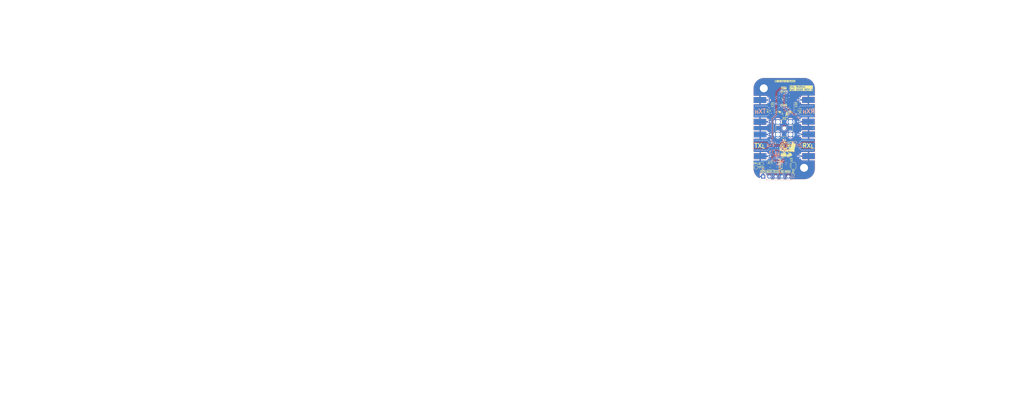
<source format=kicad_pcb>
(kicad_pcb
	(version 20241229)
	(generator "pcbnew")
	(generator_version "9.0")
	(general
		(thickness 1.5422)
		(legacy_teardrops no)
	)
	(paper "A4")
	(layers
		(0 "F.Cu" signal)
		(4 "In1.Cu" power)
		(6 "In2.Cu" power)
		(2 "B.Cu" signal)
		(9 "F.Adhes" user "F.Adhesive")
		(11 "B.Adhes" user "B.Adhesive")
		(13 "F.Paste" user)
		(15 "B.Paste" user)
		(5 "F.SilkS" user "F.Silkscreen")
		(7 "B.SilkS" user "B.Silkscreen")
		(1 "F.Mask" user)
		(3 "B.Mask" user)
		(17 "Dwgs.User" user "User.Drawings")
		(19 "Cmts.User" user "User.Comments")
		(21 "Eco1.User" user "User.Eco1")
		(23 "Eco2.User" user "User.Eco2")
		(25 "Edge.Cuts" user)
		(27 "Margin" user)
		(31 "F.CrtYd" user "F.Courtyard")
		(29 "B.CrtYd" user "B.Courtyard")
		(35 "F.Fab" user "Mechanical 12")
		(33 "B.Fab" user "Top Assembly")
		(39 "User.1" user "Top 3D Body")
		(41 "User.2" user "Top Designator")
		(43 "User.3" user "Route Tool Path")
		(45 "User.4" user "Board")
		(47 "User.5" user "Mechanical 5")
		(49 "User.6" user "Bottom Courtyard")
		(51 "User.7" user "Mechanical 7")
		(53 "User.8" user "Bottom 3D Body")
		(55 "User.9" user "Mechanical 9")
		(57 "User.10" user "Bottom Assembly")
		(59 "User.11" user "Mechanical 11")
		(61 "User.12" user "Mechanical 14")
		(63 "User.13" user "Top Courtyard")
		(65 "User.14" user "Mechanical 16")
	)
	(setup
		(stackup
			(layer "F.SilkS"
				(type "Top Silk Screen")
				(color "White")
				(material "Liquid Photo")
			)
			(layer "F.Paste"
				(type "Top Solder Paste")
			)
			(layer "F.Mask"
				(type "Top Solder Mask")
				(color "Purple")
				(thickness 0.0152)
				(material "SMOBC")
				(epsilon_r 3.9)
				(loss_tangent 0.033)
			)
			(layer "F.Cu"
				(type "copper")
				(thickness 0.0432)
			)
			(layer "dielectric 1"
				(type "prepreg")
				(color "FR4 natural")
				(thickness 0.1999 locked)
				(material "FR408-HR")
				(epsilon_r 3.61)
				(loss_tangent 0.0091)
			)
			(layer "In1.Cu"
				(type "copper")
				(thickness 0.0175)
			)
			(layer "dielectric 2"
				(type "core")
				(color "FR4 natural")
				(thickness 0.9906 locked)
				(material "FR408-HR")
				(epsilon_r 3.87)
				(loss_tangent 0.0091)
			)
			(layer "In2.Cu"
				(type "copper")
				(thickness 0.0175)
			)
			(layer "dielectric 3"
				(type "prepreg")
				(color "FR4 natural")
				(thickness 0.1999 locked)
				(material "FR408-HR")
				(epsilon_r 3.61)
				(loss_tangent 0.0091)
			)
			(layer "B.Cu"
				(type "copper")
				(thickness 0.0432)
			)
			(layer "B.Mask"
				(type "Bottom Solder Mask")
				(color "Purple")
				(thickness 0.0152)
				(material "SMOBC")
				(epsilon_r 3.9)
				(loss_tangent 0.033)
			)
			(layer "B.Paste"
				(type "Bottom Solder Paste")
			)
			(layer "B.SilkS"
				(type "Bottom Silk Screen")
				(color "White")
				(material "Liquid Photo")
			)
			(copper_finish "ENIG")
			(dielectric_constraints yes)
		)
		(pad_to_mask_clearance 0.0762)
		(solder_mask_min_width 0.1016)
		(allow_soldermask_bridges_in_footprints no)
		(tenting front back)
		(aux_axis_origin 127.20111 115.16359)
		(grid_origin 127.20111 115.16359)
		(pcbplotparams
			(layerselection 0x00000000_00000000_55555555_5755f5ff)
			(plot_on_all_layers_selection 0x00000000_00000000_00000000_00000000)
			(disableapertmacros no)
			(usegerberextensions no)
			(usegerberattributes yes)
			(usegerberadvancedattributes yes)
			(creategerberjobfile yes)
			(dashed_line_dash_ratio 12.000000)
			(dashed_line_gap_ratio 3.000000)
			(svgprecision 4)
			(plotframeref no)
			(mode 1)
			(useauxorigin no)
			(hpglpennumber 1)
			(hpglpenspeed 20)
			(hpglpendiameter 15.000000)
			(pdf_front_fp_property_popups yes)
			(pdf_back_fp_property_popups yes)
			(pdf_metadata yes)
			(pdf_single_document no)
			(dxfpolygonmode yes)
			(dxfimperialunits yes)
			(dxfusepcbnewfont yes)
			(psnegative no)
			(psa4output no)
			(plot_black_and_white yes)
			(sketchpadsonfab no)
			(plotpadnumbers no)
			(hidednponfab no)
			(sketchdnponfab yes)
			(crossoutdnponfab yes)
			(subtractmaskfromsilk no)
			(outputformat 1)
			(mirror no)
			(drillshape 1)
			(scaleselection 1)
			(outputdirectory "")
		)
	)
	(net 0 "")
	(net 1 "GND")
	(net 2 "+3.3V")
	(net 3 "/RF Subsystem/RF Frontend/TX_{VHF}")
	(net 4 "/RF Subsystem/RF Frontend/TX_{UHF}")
	(net 5 "/RF Subsystem/RFSW_{TRX}")
	(net 6 "/RF Subsystem/RF Frontend/RX_{UHF}")
	(net 7 "/RF Subsystem/RF Frontend/RX_{VHF}")
	(net 8 "Net-(SW3-RF2)")
	(net 9 "Net-(SW3-RF3)")
	(net 10 "Net-(SW4-RF2)")
	(net 11 "Net-(SW4-RF3)")
	(net 12 "Net-(SW3-RF1_COM)")
	(net 13 "Net-(P1-In)")
	(net 14 "Net-(SW4-RF1_COM)")
	(net 15 "+2.5V")
	(net 16 "unconnected-(U3-NC-Pad4)")
	(net 17 "/RF Subsystem/SW_TRX")
	(net 18 "Net-(SW5-RF1_COM)")
	(net 19 "Net-(SW5-RF2)")
	(net 20 "Net-(SW5-RF3)")
	(net 21 "Net-(JP3-B)")
	(net 22 "/RF Subsystem/SW_BAND")
	(net 23 "/RF Subsystem/EN_{BAND}")
	(net 24 "/RF Subsystem/RFSW_{BAND}")
	(net 25 "/RF Subsystem/RFSW_{EN}")
	(net 26 "unconnected-(U9-A2-Pad4)")
	(net 27 "unconnected-(U9-B2-Pad1)")
	(footprint "TestPoint:TestPoint_Pad_D1.0mm" (layer "F.Cu") (at 175.963828 81.425832 -90))
	(footprint "Capacitor_SMD:C_0402_1005Metric" (layer "F.Cu") (at 184.640571 79.033499 -90))
	(footprint "Capacitor_SMD:C_0402_1005Metric" (layer "F.Cu") (at 189.668055 58.197412 180))
	(footprint "Capacitor_SMD:C_0402_1005Metric" (layer "F.Cu") (at 187.296119 60.560732 90))
	(footprint "Jumper:SolderJumper-2_P1.3mm_Open_RoundedPad1.0x1.5mm" (layer "F.Cu") (at 191.046839 80.783259 90))
	(footprint "capstone-project:LOGO" (layer "F.Cu") (at 188.133285 74.763153))
	(footprint "Package_TO_SOT_SMD:SOT-23-5" (layer "F.Cu") (at 188.101497 80.385057 90))
	(footprint "MountingHole:MountingHole_3.2mm_M3_ISO14580_Pad" (layer "F.Cu") (at 179.075934 49.577981 180))
	(footprint "MountingHole:MountingHole_3.2mm_M3_ISO14580_Pad" (layer "F.Cu") (at 195.296146 81.585071))
	(footprint "Connector_Coaxial:SMA_Molex_73251-1153_EdgeMount_Horizontal" (layer "F.Cu") (at 179.267123 58.672466))
	(footprint "Capacitor_SMD:C_0402_1005Metric" (layer "F.Cu") (at 184.88711 58.212473))
	(footprint "capstone-project:SKY13330-397LF" (layer "F.Cu") (at 187.296119 52.587237 90))
	(footprint "TestPoint:TestPoint_Pad_D1.0mm" (layer "F.Cu") (at 178.296607 79.910834 180))
	(footprint "Capacitor_SMD:C_0402_1005Metric" (layer "F.Cu") (at 182.517526 58.192466 90))
	(footprint "capstone-project:SKY13330-397LF" (layer "F.Cu") (at 187.296119 58.212473 90))
	(footprint "Connector_Coaxial:SMA_Amphenol_901-144_Vertical" (layer "F.Cu") (at 187.296119 65.63359 180))
	(footprint "Package_SO:VSSOP-8_2.3x2mm_P0.5mm" (layer "F.Cu") (at 181.588571 81.069499 180))
	(footprint "Capacitor_SMD:C_0402_1005Metric" (layer "F.Cu") (at 184.640571 81.319499 90))
	(footprint "Capacitor_SMD:C_0402_1005Metric" (layer "F.Cu") (at 192.067493 58.136512 90))
	(footprint "Connector_Coaxial:SMA_Molex_73251-1153_EdgeMount_Horizontal" (layer "F.Cu") (at 195.310835 58.616512 180))
	(footprint "Jumper:SolderJumper-2_P1.3mm_Open_RoundedPad1.0x1.5mm" (layer "B.Cu") (at 183.916375 75.257049))
	(footprint "Capacitor_SMD:C_0402_1005Metric" (layer "B.Cu") (at 191.705963 72.501921 180))
	(footprint "Connector_Coaxial:SMA_Molex_73251-1153_EdgeMount_Horizontal" (layer "B.Cu") (at 179.331748 72.539131))
	(footprint "Package_SO:VSSOP-8_2.3x2mm_P0.5mm" (layer "B.Cu") (at 184.562482 77.760444))
	(footprint "Connector_PinHeader_2.54mm:PinHeader_1x05_P2.54mm_Vertical" (layer "B.Cu") (at 178.802191 85.072572 -90))
	(footprint "Connector_Coaxial:SMA_Molex_73251-1153_EdgeMount_Horizontal" (layer "B.Cu") (at 195.376197 72.501921 180))
	(footprint "capstone-project:SKY13330-397LF"
		(layer "B.Cu")
		(uuid "bb755036-0c40-49bb-b1f8-fa47619fbeaa")
		(at 187.172698 72.528727 -90)
		(property "Reference" "SW3"
			(at 1.916385 0 0)
			(layer "B.SilkS")
			(uuid "a0a97e0c-fbed-47cd-abfb-56e5b970b583")
			(effects
				(font
					(size 0.787402 0.787402)
					(thickness 0.15)
				)
				(justify mirror)
			)
		)
		(property "Value" "SKY13330-397LF"
			(at 0 0 0)
			(layer "B.Fab")
			(uuid "b8fef311-67ed-42a7-bf54-ec979e2ca5ba")
			(effects
				(font
					(size 0.787402 0.787402)
					(thickness 0.15)
				)
				(justify mirror)
			)
		)
		(property "Datasheet" ""
			(at 0 0 90)
			(layer "B.Fab")
			(hide yes)
			(uuid "796a814b-e12b-4cc8-be13-2e39dd4a1040")
			(effects
				(font
					(size 1.27 1.27)
					(thickness 0.15)
				)
				(justify mirror)
			)
		)
		(property "Description" ""
			(at 0 0 90)
			(layer "B.Fab")
			(hide yes)
			(uuid "a0395167-d0ef-47c7-8131-82cd7cc6dab2")
			(effects
				(font
					(size 1.27 1.27)
					(thickness 0.15)
				)
				(justify mirror)
			)
		)
		(property "MF" "Skyworks Solutions"
			(at 0 0 90)
			(unlocked yes)
			(layer "B.Fab")
			(hide yes)
			(uuid "b6087b68-b60e-4783-9060-1eb368cca26a")
			(effects
				(font
					(size 1 1)
					(thickness 0.15)
				)
				(justify mirror)
			)
		)
		(property "Description_1" "RF Switch IC W-CDMA SPDT 6 GHz 50Ohm 12-QFN (2x2)"
			(at 0 0 90)
			(unlocked yes)
			(layer "B.Fab")
			(hide yes)
			(uuid "80766cad-3c5b-4621-a9ed-599e3a417e5f")
			(effects
				(font
					(size 1 1)
					(thickness 0.15)
				)
				(justify mirror)
			)
		)
		(property "Package" "None"
			(at 0 0 90)
			(unlocked yes)
			(layer "B.Fab")
			(hide yes)
			(uuid "79b7f83f-f55e-493c-a2f4-ab5f19d525f4")
			(effects
				(font
					(size 1 1)
					(thickness 0.15)
				)
				(justify mirror)
			)
		)
		(property "Price" "None"
			(at 0 0 90)
			(unlocked yes)
			(layer "B.Fab")
			(hide yes)
			(uuid "5b0e6b86-9605-46d7-9fbd-820b422a39e4")
			(effects
				(font
					(size 1 1)
					(thickness 0.15)
				)
				(justify mirror)
			)
		)
		(property "SnapEDA_Link" "https://www.snapeda.com/parts/SKY13330397LF/Skyworks+Solution%252C+Inc./view-part/?ref=snap"
			(at 0 0 90)
			(unlocked yes)
			(layer "B.Fab")
			(hide yes)
			(uuid "28b4066d-ac45-4e2a-9dfa-c608b693065e")
			(effects
				(font
					(size 1 1)
					(thickness 0.15)
				)
				(justify mirror)
			)
		)
		(property "MP" "SKY13330397LF"
			(at 0 0 90)
			(unlocked yes)
			(layer "B.Fab")
			(hide yes)
			(uuid "69ede578-a3dc-4041-942b-612e55b1e61e")
			(effects
				(font
					(size 1 1)
					(thickness 0.15)
				)
				(justify mirror)
			)
		)
		(property "Availability" "In Stock"
			(at 0 0 90)
			(unlocked yes)
			(layer "B.Fab")
			(hide yes)
			(uuid "f085ef3d-2c8c-4055-b913-9b6817892cc7")
			(effects
				(font
					(size 1 1)
					(thickness 0.15)
				)
				(justify mirror)
			)
		)
		(property "Check_prices" "https://www.snapeda.com/parts/SKY13330397LF/Skyworks+Solution%252C+Inc./view-part/?ref=eda"
			(at 0 0 90)
			(unlocked yes)
			(layer "B.Fab")
			(hide yes)
			(uuid "1207521e-07ba-4541-b8c8-6d9cf60bb2c8")
			(effects
				(font
					(size 1 1)
					(thickness 0.15)
				)
				(justify mirror)
			)
		)
		(path "/663959ae-8fbf-4d79-b07e-771da73defb9/206d280b-c6c5-4c9f-b7dd-85ab9c423e55")
		(sheetname "/RF Subsystem/")
		(sheetfile "rf-subsystem.kicad_sch")
		(clearance 0.1554)
		(attr smd allow_soldermask_bridges)
		(fp_line
			(start -1 1)
			(end -1 0.8)
			(stroke
				(width 0.152
... [660926 chars truncated]
</source>
